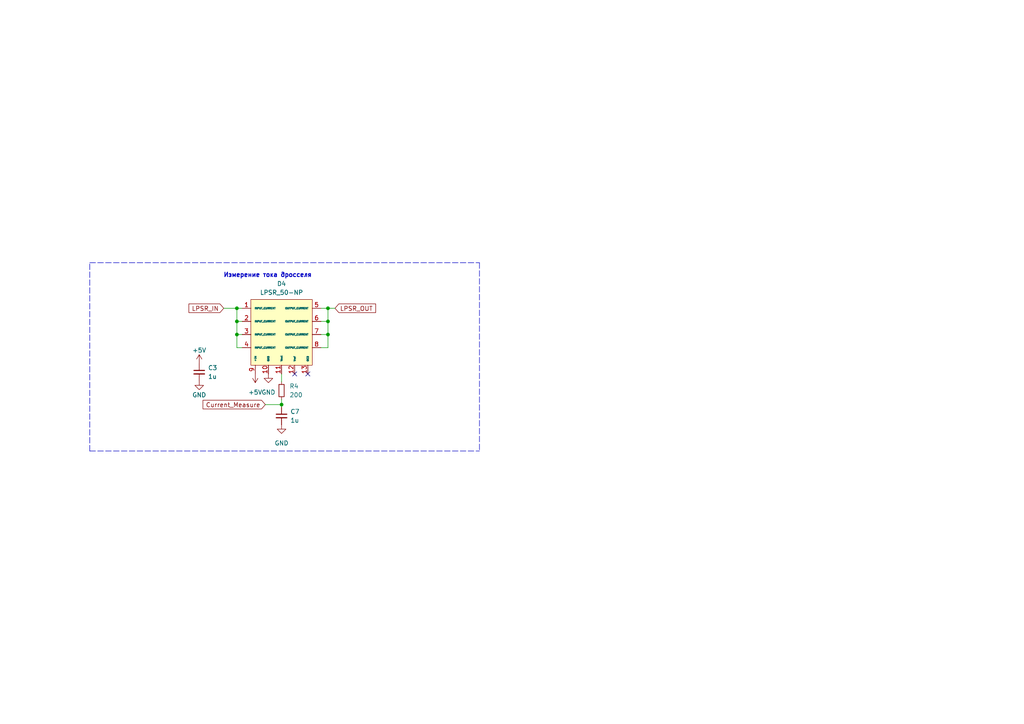
<source format=kicad_sch>
(kicad_sch (version 20211123) (generator eeschema)
  (paper "A4")
  (lib_symbols
    (symbol "Device:C_Small" (pin_numbers hide) (pin_names (offset 0.254) hide)
      (property "Reference" "C" (at 0.254 1.778 0))
      (property "Value" "C_Small" (at 0.254 -2.032 0))
      (symbol "C_Small_0_1"
        (polyline (pts (xy -1.524 -0.508) (xy 1.524 -0.508)) (stroke (width 0.3302)))
        (polyline (pts (xy -1.524 0.508) (xy 1.524 0.508)) (stroke (width 0.3048)))
      )
      (symbol "C_Small_1_1"
        (pin passive line (at 0 2.54 270) (length 2.032) (name "~") (number "1"))
        (pin passive line (at 0 -2.54 90) (length 2.032) (name "~") (number "2"))
      )
    )
    (symbol "Device:R_Small" (pin_numbers hide) (pin_names (offset 0.254) hide)
      (property "Reference" "R" (at 0.762 0.508 0))
      (property "Value" "R_Small" (at 0.762 -1.016 0))
      (symbol "R_Small_0_1"
        (rectangle (start -0.762 1.778) (end 0.762 -1.778) (stroke (width 0.2032)))
      )
      (symbol "R_Small_1_1"
        (pin passive line (at 0 2.54 270) (length 0.762) (name "~") (number "1"))
        (pin passive line (at 0 -2.54 90) (length 0.762) (name "~") (number "2"))
      )
    )
    (symbol "LPSR:LPSR_50-NP" (pin_names (offset 1.016))
      (property "Reference" "D" (at 0 0 0))
      (property "Value" "LPSR_50-NP" (at 0 -2.54 0))
      (symbol "LPSR_50-NP_0_1"
        (rectangle (start -8.89 -5.08) (end 8.89 -24.13) (fill (type background)))
      )
      (symbol "LPSR_50-NP_1_1"
        (pin input line (at -11.43 -7.62 0) (length 2.54) (name "INPUT_CURRENT") (number "1"))
        (pin input line (at -3.81 -26.67 90) (length 2.54) (name "GND") (number "10"))
        (pin input line (at 0 -26.67 90) (length 2.54) (name "Vout") (number "11"))
        (pin input line (at 3.81 -26.67 90) (length 2.54) (name "Vref") (number "12"))
        (pin input line (at 7.62 -26.67 90) (length 2.54) (name "OCD") (number "13"))
        (pin input line (at -11.43 -11.43 0) (length 2.54) (name "INPUT_CURRENT") (number "2"))
        (pin input line (at -11.43 -15.24 0) (length 2.54) (name "INPUT_CURRENT") (number "3"))
        (pin input line (at -11.43 -19.05 0) (length 2.54) (name "INPUT_CURRENT") (number "4"))
        (pin input line (at 11.43 -7.62 180) (length 2.54) (name "OUTPUT_CURRENT") (number "5"))
        (pin input line (at 11.43 -11.43 180) (length 2.54) (name "OUTPUT_CURRENT") (number "6"))
        (pin input line (at 11.43 -15.24 180) (length 2.54) (name "OUTPUT_CURRENT") (number "7"))
        (pin input line (at 11.43 -19.05 180) (length 2.54) (name "OUTPUT_CURRENT") (number "8"))
        (pin input line (at -7.62 -26.67 90) (length 2.54) (name "+Uc") (number "9"))
      )
    )
    (symbol "power:+5V" (power) (pin_names (offset 0))
      (property "Value" "+5V" (at 0 3.556 0))
      (symbol "+5V_0_1"
        (polyline (pts (xy -0.762 1.27) (xy 0 2.54)))
        (polyline (pts (xy 0 0) (xy 0 2.54)))
        (polyline (pts (xy 0 2.54) (xy 0.762 1.27)))
      )
      (symbol "+5V_1_1"
        (pin power_in line (at 0 0 90) (length 0) hide (name "+5V") (number "1"))
      )
    )
    (symbol "power:GND" (power) (pin_names (offset 0))
      (property "Value" "GND" (at 0 -3.81 0))
      (symbol "GND_0_1"
        (polyline (pts (xy 0 0) (xy 0 -1.27) (xy 1.27 -1.27) (xy 0 -2.54) (xy -1.27 -1.27) (xy 0 -1.27)))
      )
      (symbol "GND_1_1"
        (pin power_in line (at 0 0 270) (length 0) hide (name "GND") (number "1"))
      )
    )
  )
  (junction (at 68.707 97.028))
  (junction (at 95.123 93.218))
  (junction (at 68.707 93.218))
  (junction (at 95.123 97.028))
  (junction (at 95.123 89.408))
  (junction (at 68.707 89.408))
  (junction (at 81.661 117.348))
  (no_connect (at 85.471 108.458))
  (no_connect (at 89.281 108.458))
  (wire (pts (xy 95.123 89.408) (xy 97.155 89.408)))
  (wire (pts (xy 68.707 100.838) (xy 68.707 97.028)))
  (wire (pts (xy 70.231 89.408) (xy 68.707 89.408)))
  (wire (pts (xy 95.123 89.408) (xy 95.123 93.218)))
  (polyline (pts (xy 26.035 130.81) (xy 139.065 130.81)))
  (wire (pts (xy 70.231 100.838) (xy 68.707 100.838)))
  (wire (pts (xy 95.123 93.218) (xy 95.123 97.028)))
  (wire (pts (xy 68.707 89.408) (xy 68.707 93.218)))
  (wire (pts (xy 93.091 97.028) (xy 95.123 97.028)))
  (wire (pts (xy 68.707 97.028) (xy 70.231 97.028)))
  (wire (pts (xy 93.091 89.408) (xy 95.123 89.408)))
  (wire (pts (xy 68.707 93.218) (xy 70.231 93.218)))
  (wire (pts (xy 93.091 93.218) (xy 95.123 93.218)))
  (wire (pts (xy 76.962 117.348) (xy 81.661 117.348)))
  (wire (pts (xy 81.661 115.824) (xy 81.661 117.348)))
  (wire (pts (xy 64.897 89.408) (xy 68.707 89.408)))
  (polyline (pts (xy 26.035 130.81) (xy 26.035 76.2)))
  (wire (pts (xy 81.661 117.348) (xy 81.661 118.11)))
  (wire (pts (xy 81.661 108.458) (xy 81.661 110.744)))
  (wire (pts (xy 68.707 97.028) (xy 68.707 93.218)))
  (wire (pts (xy 95.123 97.028) (xy 95.123 100.838)))
  (polyline (pts (xy 26.035 76.2) (xy 139.065 76.2)))
  (polyline (pts (xy 139.065 76.2) (xy 139.065 130.81)))
  (wire (pts (xy 95.123 100.838) (xy 93.091 100.838)))
  (text "Измерение тока дросселя" (at 64.77 80.645 0) (effects (font (size 1.27 1.27) (thickness 0.254) bold) (justify left bottom)))
  (global_label "Current_Measure" (shape input) (at 76.962 117.348 180) (property "Intersheet References" "${INTERSHEET_REFS}" (effects hide)))
  (global_label "LPSR_IN" (shape input) (at 64.897 89.408 180) (property "Intersheet References" "${INTERSHEET_REFS}" (effects hide)))
  (global_label "LPSR_OUT" (shape input) (at 97.155 89.408 0) (property "Intersheet References" "${INTERSHEET_REFS}" (effects hide)))
  (symbol (lib_id "power:+5V") (at 57.785 105.41 0) (unit 1)
    (property "Reference" "#PWR08" (effects hide))
    (property "Value" "+5V" (at 55.753 101.6 0) (effects (justify left)))
  )
  (symbol (lib_id "Device:R_Small") (at 81.661 113.284 0) (unit 1)
    (property "Reference" "R4" (at 83.947 112.0139 0) (effects (justify left)))
    (property "Value" "200" (at 83.947 114.5539 0) (effects (justify left)))
    (property "Footprint" "Resistor_SMD:R_0805_2012Metric_Pad1.20x1.40mm_HandSolder" (effects hide))
  )
  (symbol (lib_id "power:GND") (at 77.851 108.458 0) (unit 1)
    (property "Reference" "#PWR012" (effects hide))
    (property "Value" "GND" (at 77.851 113.792 0))
  )
  (symbol (lib_id "Device:C_Small") (at 81.661 120.65 0) (unit 1)
    (property "Reference" "C7" (at 84.201 119.3862 0) (effects (justify left)))
    (property "Value" "1u" (at 84.201 121.9262 0) (effects (justify left)))
    (property "Footprint" "Capacitor_SMD:C_0805_2012Metric_Pad1.18x1.45mm_HandSolder" (effects hide))
  )
  (symbol (lib_id "power:GND") (at 57.785 110.49 0) (unit 1)
    (property "Reference" "#PWR09" (effects hide))
    (property "Value" "GND" (at 57.785 114.554 0))
  )
  (symbol (lib_id "LPSR:LPSR_50-NP") (at 81.661 81.788 0) (unit 1)
    (property "Reference" "D4" (at 81.661 82.296 0))
    (property "Value" "LPSR_50-NP" (at 81.661 84.836 0))
    (property "Footprint" "LPSR:LPSR_50" (effects hide))
  )
  (symbol (lib_id "power:GND") (at 81.661 123.19 0) (unit 1)
    (property "Reference" "#PWR013" (effects hide))
    (property "Value" "GND" (at 81.661 128.524 0))
  )
  (symbol (lib_id "power:+5V") (at 74.041 108.458 180) (unit 1)
    (property "Reference" "#PWR011" (effects hide))
    (property "Value" "+5V" (at 74.041 113.792 0))
  )
  (symbol (lib_id "Device:C_Small") (at 57.785 107.95 0) (unit 1)
    (property "Reference" "C3" (at 60.325 106.6862 0) (effects (justify left)))
    (property "Value" "1u" (at 60.325 109.2262 0) (effects (justify left)))
    (property "Footprint" "Capacitor_SMD:C_0805_2012Metric_Pad1.18x1.45mm_HandSolder" (effects hide))
  )
)
</source>
